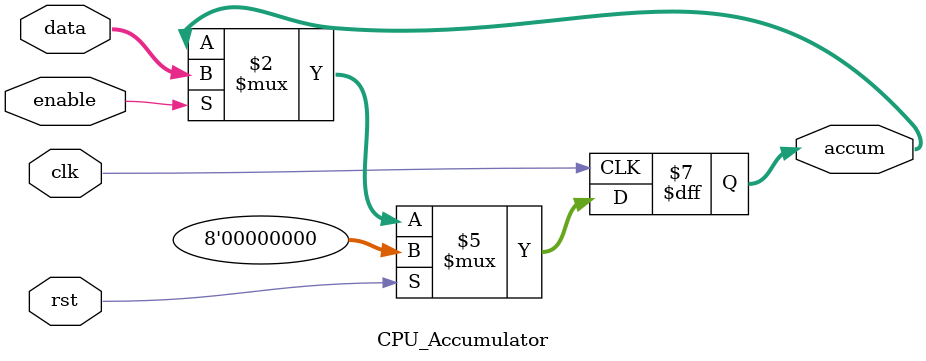
<source format=v>
`timescale 1ns / 1ns

module CPU_Accumulator(accum,data,enable,clk,rst);
output[7:0] accum;
input[7:0] data;
input enable,clk,rst;
reg[7:0] accum;
always @(posedge clk)
	begin
		if(rst)
			accum<=8'b00000000;
		else
			if(enable)
				begin
					accum<=data;
				end
	end
endmodule

</source>
